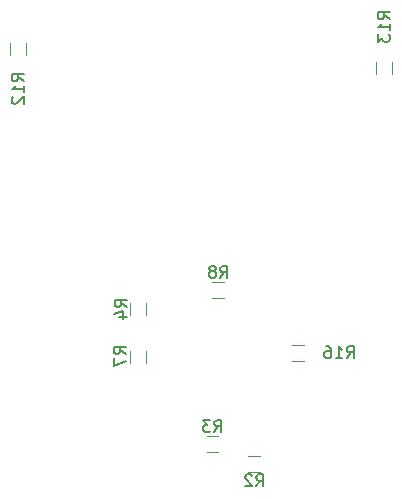
<source format=gbo>
G04 #@! TF.GenerationSoftware,KiCad,Pcbnew,(2018-01-30 revision 342197bb3)-makepkg*
G04 #@! TF.CreationDate,2019-02-26T10:02:36-05:00*
G04 #@! TF.ProjectId,AAMB,41414D422E6B696361645F7063620000,rev?*
G04 #@! TF.SameCoordinates,Original*
G04 #@! TF.FileFunction,Legend,Bot*
G04 #@! TF.FilePolarity,Positive*
%FSLAX46Y46*%
G04 Gerber Fmt 4.6, Leading zero omitted, Abs format (unit mm)*
G04 Created by KiCad (PCBNEW (2018-01-30 revision 342197bb3)-makepkg) date 02/26/19 10:02:36*
%MOMM*%
%LPD*%
G01*
G04 APERTURE LIST*
%ADD10C,0.120000*%
%ADD11C,0.150000*%
G04 APERTURE END LIST*
D10*
X162230000Y-94914000D02*
X163230000Y-94914000D01*
X163230000Y-93554000D02*
X162230000Y-93554000D01*
X158681000Y-93224000D02*
X159681000Y-93224000D01*
X159681000Y-91864000D02*
X158681000Y-91864000D01*
X153588000Y-81610000D02*
X153588000Y-80610000D01*
X152228000Y-80610000D02*
X152228000Y-81610000D01*
X153588000Y-85674000D02*
X153588000Y-84674000D01*
X152228000Y-84674000D02*
X152228000Y-85674000D01*
X160182000Y-78822000D02*
X159182000Y-78822000D01*
X159182000Y-80182000D02*
X160182000Y-80182000D01*
X143428000Y-59598000D02*
X143428000Y-58598000D01*
X142068000Y-58598000D02*
X142068000Y-59598000D01*
X173056000Y-60206000D02*
X173056000Y-61206000D01*
X174416000Y-61206000D02*
X174416000Y-60206000D01*
X166954000Y-84156000D02*
X165954000Y-84156000D01*
X165954000Y-85516000D02*
X166954000Y-85516000D01*
D11*
X162896666Y-96136380D02*
X163230000Y-95660190D01*
X163468095Y-96136380D02*
X163468095Y-95136380D01*
X163087142Y-95136380D01*
X162991904Y-95184000D01*
X162944285Y-95231619D01*
X162896666Y-95326857D01*
X162896666Y-95469714D01*
X162944285Y-95564952D01*
X162991904Y-95612571D01*
X163087142Y-95660190D01*
X163468095Y-95660190D01*
X162515714Y-95231619D02*
X162468095Y-95184000D01*
X162372857Y-95136380D01*
X162134761Y-95136380D01*
X162039523Y-95184000D01*
X161991904Y-95231619D01*
X161944285Y-95326857D01*
X161944285Y-95422095D01*
X161991904Y-95564952D01*
X162563333Y-96136380D01*
X161944285Y-96136380D01*
X159347666Y-91546380D02*
X159681000Y-91070190D01*
X159919095Y-91546380D02*
X159919095Y-90546380D01*
X159538142Y-90546380D01*
X159442904Y-90594000D01*
X159395285Y-90641619D01*
X159347666Y-90736857D01*
X159347666Y-90879714D01*
X159395285Y-90974952D01*
X159442904Y-91022571D01*
X159538142Y-91070190D01*
X159919095Y-91070190D01*
X159014333Y-90546380D02*
X158395285Y-90546380D01*
X158728619Y-90927333D01*
X158585761Y-90927333D01*
X158490523Y-90974952D01*
X158442904Y-91022571D01*
X158395285Y-91117809D01*
X158395285Y-91355904D01*
X158442904Y-91451142D01*
X158490523Y-91498761D01*
X158585761Y-91546380D01*
X158871476Y-91546380D01*
X158966714Y-91498761D01*
X159014333Y-91451142D01*
X151910380Y-80943333D02*
X151434190Y-80610000D01*
X151910380Y-80371904D02*
X150910380Y-80371904D01*
X150910380Y-80752857D01*
X150958000Y-80848095D01*
X151005619Y-80895714D01*
X151100857Y-80943333D01*
X151243714Y-80943333D01*
X151338952Y-80895714D01*
X151386571Y-80848095D01*
X151434190Y-80752857D01*
X151434190Y-80371904D01*
X151243714Y-81800476D02*
X151910380Y-81800476D01*
X150862761Y-81562380D02*
X151577047Y-81324285D01*
X151577047Y-81943333D01*
X151836380Y-84923333D02*
X151360190Y-84590000D01*
X151836380Y-84351904D02*
X150836380Y-84351904D01*
X150836380Y-84732857D01*
X150884000Y-84828095D01*
X150931619Y-84875714D01*
X151026857Y-84923333D01*
X151169714Y-84923333D01*
X151264952Y-84875714D01*
X151312571Y-84828095D01*
X151360190Y-84732857D01*
X151360190Y-84351904D01*
X150836380Y-85256666D02*
X150836380Y-85923333D01*
X151836380Y-85494761D01*
X159848666Y-78504380D02*
X160182000Y-78028190D01*
X160420095Y-78504380D02*
X160420095Y-77504380D01*
X160039142Y-77504380D01*
X159943904Y-77552000D01*
X159896285Y-77599619D01*
X159848666Y-77694857D01*
X159848666Y-77837714D01*
X159896285Y-77932952D01*
X159943904Y-77980571D01*
X160039142Y-78028190D01*
X160420095Y-78028190D01*
X159277238Y-77932952D02*
X159372476Y-77885333D01*
X159420095Y-77837714D01*
X159467714Y-77742476D01*
X159467714Y-77694857D01*
X159420095Y-77599619D01*
X159372476Y-77552000D01*
X159277238Y-77504380D01*
X159086761Y-77504380D01*
X158991523Y-77552000D01*
X158943904Y-77599619D01*
X158896285Y-77694857D01*
X158896285Y-77742476D01*
X158943904Y-77837714D01*
X158991523Y-77885333D01*
X159086761Y-77932952D01*
X159277238Y-77932952D01*
X159372476Y-77980571D01*
X159420095Y-78028190D01*
X159467714Y-78123428D01*
X159467714Y-78313904D01*
X159420095Y-78409142D01*
X159372476Y-78456761D01*
X159277238Y-78504380D01*
X159086761Y-78504380D01*
X158991523Y-78456761D01*
X158943904Y-78409142D01*
X158896285Y-78313904D01*
X158896285Y-78123428D01*
X158943904Y-78028190D01*
X158991523Y-77980571D01*
X159086761Y-77932952D01*
X143200380Y-61841142D02*
X142724190Y-61507809D01*
X143200380Y-61269714D02*
X142200380Y-61269714D01*
X142200380Y-61650666D01*
X142248000Y-61745904D01*
X142295619Y-61793523D01*
X142390857Y-61841142D01*
X142533714Y-61841142D01*
X142628952Y-61793523D01*
X142676571Y-61745904D01*
X142724190Y-61650666D01*
X142724190Y-61269714D01*
X143200380Y-62793523D02*
X143200380Y-62222095D01*
X143200380Y-62507809D02*
X142200380Y-62507809D01*
X142343238Y-62412571D01*
X142438476Y-62317333D01*
X142486095Y-62222095D01*
X142295619Y-63174476D02*
X142248000Y-63222095D01*
X142200380Y-63317333D01*
X142200380Y-63555428D01*
X142248000Y-63650666D01*
X142295619Y-63698285D01*
X142390857Y-63745904D01*
X142486095Y-63745904D01*
X142628952Y-63698285D01*
X143200380Y-63126857D01*
X143200380Y-63745904D01*
X174188380Y-56591142D02*
X173712190Y-56257809D01*
X174188380Y-56019714D02*
X173188380Y-56019714D01*
X173188380Y-56400666D01*
X173236000Y-56495904D01*
X173283619Y-56543523D01*
X173378857Y-56591142D01*
X173521714Y-56591142D01*
X173616952Y-56543523D01*
X173664571Y-56495904D01*
X173712190Y-56400666D01*
X173712190Y-56019714D01*
X174188380Y-57543523D02*
X174188380Y-56972095D01*
X174188380Y-57257809D02*
X173188380Y-57257809D01*
X173331238Y-57162571D01*
X173426476Y-57067333D01*
X173474095Y-56972095D01*
X173188380Y-57876857D02*
X173188380Y-58495904D01*
X173569333Y-58162571D01*
X173569333Y-58305428D01*
X173616952Y-58400666D01*
X173664571Y-58448285D01*
X173759809Y-58495904D01*
X173997904Y-58495904D01*
X174093142Y-58448285D01*
X174140761Y-58400666D01*
X174188380Y-58305428D01*
X174188380Y-58019714D01*
X174140761Y-57924476D01*
X174093142Y-57876857D01*
X170568857Y-85288380D02*
X170902190Y-84812190D01*
X171140285Y-85288380D02*
X171140285Y-84288380D01*
X170759333Y-84288380D01*
X170664095Y-84336000D01*
X170616476Y-84383619D01*
X170568857Y-84478857D01*
X170568857Y-84621714D01*
X170616476Y-84716952D01*
X170664095Y-84764571D01*
X170759333Y-84812190D01*
X171140285Y-84812190D01*
X169616476Y-85288380D02*
X170187904Y-85288380D01*
X169902190Y-85288380D02*
X169902190Y-84288380D01*
X169997428Y-84431238D01*
X170092666Y-84526476D01*
X170187904Y-84574095D01*
X168759333Y-84288380D02*
X168949809Y-84288380D01*
X169045047Y-84336000D01*
X169092666Y-84383619D01*
X169187904Y-84526476D01*
X169235523Y-84716952D01*
X169235523Y-85097904D01*
X169187904Y-85193142D01*
X169140285Y-85240761D01*
X169045047Y-85288380D01*
X168854571Y-85288380D01*
X168759333Y-85240761D01*
X168711714Y-85193142D01*
X168664095Y-85097904D01*
X168664095Y-84859809D01*
X168711714Y-84764571D01*
X168759333Y-84716952D01*
X168854571Y-84669333D01*
X169045047Y-84669333D01*
X169140285Y-84716952D01*
X169187904Y-84764571D01*
X169235523Y-84859809D01*
M02*

</source>
